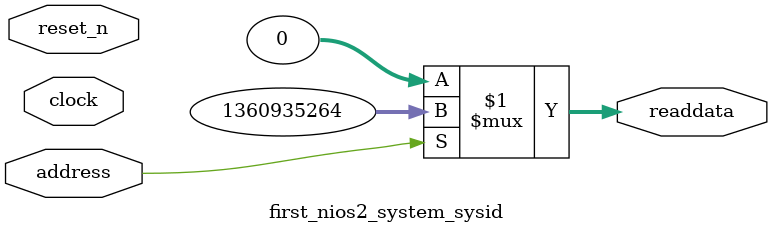
<source format=v>

`timescale 1ns / 1ps
// synthesis translate_on

// turn off superfluous verilog processor warnings 
// altera message_level Level1 
// altera message_off 10034 10035 10036 10037 10230 10240 10030 

module first_nios2_system_sysid (
               // inputs:
                address,
                clock,
                reset_n,

               // outputs:
                readdata
             )
;

  output  [ 31: 0] readdata;
  input            address;
  input            clock;
  input            reset_n;

  wire    [ 31: 0] readdata;
  //control_slave, which is an e_avalon_slave
  assign readdata = address ? 1360935264 : 0;

endmodule




</source>
